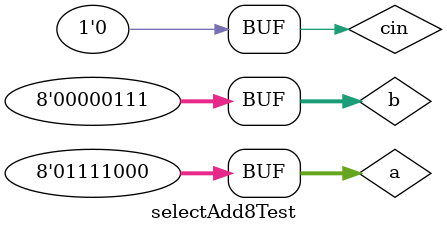
<source format=v>
`timescale 1ns / 1ps


module selectAdd8Test;

	// Inputs
	reg [7:0] a;
	reg [7:0] b;
	reg cin;

	// Outputs
	wire [7:0] sum;
	wire cout;

	// Instantiate the Unit Under Test (UUT)
	selectAdd8 uut (
		.a(a), 
		.b(b), 
		.cin(cin), 
		.sum(sum), 
		.cout(cout)
	);

	initial begin
		a = 8'b0000_0000;
		b = 8'b0000_0000;
		cin = 0;
		#50;
		a = 8'b1111_1111;
		b = 8'b0000_0001;
		cin = 0;
		#50;
		a = 8'b1000_0111;
		b = 8'b0010_1101;
		cin = 1;
		#50;
		a = 8'b0000_0111;
		b = 8'b0010_1111;
		cin = 0;
		#50;
		a = 8'b0000_0111;
		b = 8'b0001_1100;
		cin = 0;
		#50;
		a = 8'b0111_1000;
		b = 8'b0000_0111;
		cin = 0;
	end
      
endmodule


</source>
